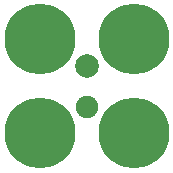
<source format=gtl>
%TF.GenerationSoftware,KiCad,Pcbnew,4.0.5-e0-6337~49~ubuntu16.04.1*%
%TF.CreationDate,2017-01-18T22:20:09-08:00*%
%TF.ProjectId,2x2-Screw-Terminal-3.5mm-Pitch,3278322D53637265772D5465726D696E,1.0*%
%TF.FileFunction,Copper,L1,Top,Signal*%
%FSLAX46Y46*%
G04 Gerber Fmt 4.6, Leading zero omitted, Abs format (unit mm)*
G04 Created by KiCad (PCBNEW 4.0.5-e0-6337~49~ubuntu16.04.1) date Wed Jan 18 22:20:09 2017*
%MOMM*%
%LPD*%
G01*
G04 APERTURE LIST*
%ADD10C,0.350000*%
%ADD11C,2.000000*%
%ADD12C,1.900000*%
%ADD13C,6.000000*%
%ADD14C,0.350000*%
G04 APERTURE END LIST*
D10*
D11*
X133795000Y-99025000D03*
D12*
X133795000Y-102525000D03*
D13*
X129795000Y-104775000D03*
X129795000Y-96775000D03*
X137795000Y-96775000D03*
X137795000Y-104775000D03*
D14*
X133795000Y-99025000D03*
X133795000Y-102525000D03*
X129795000Y-104775000D03*
X129795000Y-96775000D03*
X137795000Y-96775000D03*
X137795000Y-104775000D03*
M02*

</source>
